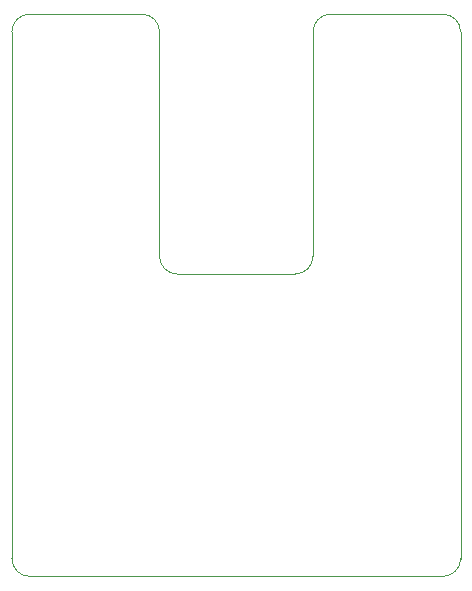
<source format=gbr>
%TF.GenerationSoftware,KiCad,Pcbnew,7.0.9*%
%TF.CreationDate,2025-02-12T23:41:44+09:00*%
%TF.ProjectId,hid_taiko_rp2040_lite,6869645f-7461-4696-9b6f-5f7270323034,rev?*%
%TF.SameCoordinates,Original*%
%TF.FileFunction,Profile,NP*%
%FSLAX46Y46*%
G04 Gerber Fmt 4.6, Leading zero omitted, Abs format (unit mm)*
G04 Created by KiCad (PCBNEW 7.0.9) date 2025-02-12 23:41:44*
%MOMM*%
%LPD*%
G01*
G04 APERTURE LIST*
%TA.AperFunction,Profile*%
%ADD10C,0.100000*%
%TD*%
G04 APERTURE END LIST*
D10*
X165000000Y-85600000D02*
X165000000Y-84500000D01*
X127000000Y-85600000D02*
X127000000Y-41000000D01*
X163500000Y-87100000D02*
X128500000Y-87100000D01*
X127000000Y-85600000D02*
G75*
G03*
X128500000Y-87100000I1500001J1D01*
G01*
X163500000Y-87100000D02*
G75*
G03*
X165000000Y-85600000I-1J1500001D01*
G01*
X139500000Y-60000000D02*
X139500000Y-41000000D01*
X152500000Y-41000000D02*
X152500000Y-60000000D01*
X151000000Y-61500000D02*
G75*
G03*
X152500000Y-60000000I0J1500000D01*
G01*
X165000000Y-41000000D02*
G75*
G03*
X163500000Y-39500000I-1500000J0D01*
G01*
X163500000Y-39500000D02*
X154000000Y-39500000D01*
X138000000Y-39500000D02*
X128500000Y-39500000D01*
X141000000Y-61500000D02*
X151000000Y-61500000D01*
X128500000Y-39500000D02*
G75*
G03*
X127000000Y-41000000I0J-1500000D01*
G01*
X139500000Y-60000000D02*
G75*
G03*
X141000000Y-61500000I1500000J0D01*
G01*
X154000000Y-39500000D02*
G75*
G03*
X152500000Y-41000000I0J-1500000D01*
G01*
X165000000Y-84500000D02*
X165000000Y-41000000D01*
X139500000Y-41000000D02*
G75*
G03*
X138000000Y-39500000I-1500000J0D01*
G01*
M02*

</source>
